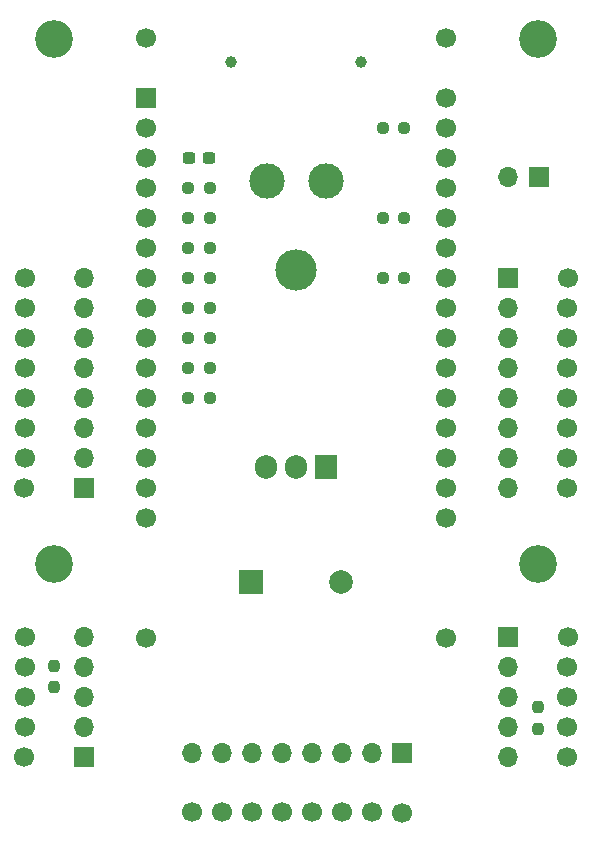
<source format=gbr>
%TF.GenerationSoftware,KiCad,Pcbnew,(6.0.7)*%
%TF.CreationDate,2022-11-12T16:10:30-08:00*%
%TF.ProjectId,Cublic,4375626c-6963-42e6-9b69-6361645f7063,rev?*%
%TF.SameCoordinates,Original*%
%TF.FileFunction,Soldermask,Bot*%
%TF.FilePolarity,Negative*%
%FSLAX46Y46*%
G04 Gerber Fmt 4.6, Leading zero omitted, Abs format (unit mm)*
G04 Created by KiCad (PCBNEW (6.0.7)) date 2022-11-12 16:10:30*
%MOMM*%
%LPD*%
G01*
G04 APERTURE LIST*
G04 Aperture macros list*
%AMRoundRect*
0 Rectangle with rounded corners*
0 $1 Rounding radius*
0 $2 $3 $4 $5 $6 $7 $8 $9 X,Y pos of 4 corners*
0 Add a 4 corners polygon primitive as box body*
4,1,4,$2,$3,$4,$5,$6,$7,$8,$9,$2,$3,0*
0 Add four circle primitives for the rounded corners*
1,1,$1+$1,$2,$3*
1,1,$1+$1,$4,$5*
1,1,$1+$1,$6,$7*
1,1,$1+$1,$8,$9*
0 Add four rect primitives between the rounded corners*
20,1,$1+$1,$2,$3,$4,$5,0*
20,1,$1+$1,$4,$5,$6,$7,0*
20,1,$1+$1,$6,$7,$8,$9,0*
20,1,$1+$1,$8,$9,$2,$3,0*%
G04 Aperture macros list end*
%ADD10R,1.700000X1.700000*%
%ADD11O,1.700000X1.700000*%
%ADD12C,3.200000*%
%ADD13C,1.700000*%
%ADD14RoundRect,0.237500X0.237500X-0.250000X0.237500X0.250000X-0.237500X0.250000X-0.237500X-0.250000X0*%
%ADD15RoundRect,0.237500X-0.237500X0.250000X-0.237500X-0.250000X0.237500X-0.250000X0.237500X0.250000X0*%
%ADD16RoundRect,0.237500X0.250000X0.237500X-0.250000X0.237500X-0.250000X-0.237500X0.250000X-0.237500X0*%
%ADD17RoundRect,0.237500X-0.300000X-0.237500X0.300000X-0.237500X0.300000X0.237500X-0.300000X0.237500X0*%
%ADD18O,3.500000X3.500000*%
%ADD19R,1.905000X2.000000*%
%ADD20O,1.905000X2.000000*%
%ADD21R,2.000000X2.000000*%
%ADD22C,2.000000*%
%ADD23RoundRect,0.237500X-0.250000X-0.237500X0.250000X-0.237500X0.250000X0.237500X-0.250000X0.237500X0*%
%ADD24C,1.000000*%
%ADD25C,3.000000*%
G04 APERTURE END LIST*
D10*
%TO.C,SW1*%
X20575000Y-16200000D03*
D11*
X17960000Y-16200000D03*
%TD*%
D12*
%TO.C,H1*%
X20500000Y-4500000D03*
%TD*%
D13*
%TO.C,U3*%
X22960000Y-34922500D03*
X22960000Y-27302500D03*
X22960000Y-37462500D03*
X22960000Y-40002500D03*
X22960000Y-42542500D03*
X22960000Y-29842500D03*
X23040000Y-24762500D03*
X22960000Y-32382500D03*
D10*
X17960000Y-24762500D03*
D11*
X17960000Y-27302500D03*
X17960000Y-29842500D03*
X17960000Y-32382500D03*
X17960000Y-34922500D03*
X17960000Y-37462500D03*
X17960000Y-40002500D03*
X17960000Y-42542500D03*
%TD*%
D13*
%TO.C,U1*%
X-22960000Y-34886000D03*
X-23040000Y-42506000D03*
X-22960000Y-24726000D03*
X-22960000Y-27266000D03*
X-22960000Y-39966000D03*
X-22960000Y-32346000D03*
X-22960000Y-29806000D03*
X-22960000Y-37426000D03*
D10*
X-17960000Y-42506000D03*
D11*
X-17960000Y-39966000D03*
X-17960000Y-37426000D03*
X-17960000Y-34886000D03*
X-17960000Y-32346000D03*
X-17960000Y-29806000D03*
X-17960000Y-27266000D03*
X-17960000Y-24726000D03*
%TD*%
D14*
%TO.C,R16*%
X-20500000Y-59412500D03*
X-20500000Y-57587500D03*
%TD*%
D13*
%TO.C,U5*%
X-12700000Y-4420000D03*
X12700000Y-55220000D03*
X-12700000Y-55220000D03*
X12700000Y-4420000D03*
D10*
X-12700000Y-9500000D03*
D13*
X-12700000Y-12040000D03*
X-12700000Y-14580000D03*
X-12700000Y-17120000D03*
X-12700000Y-19660000D03*
X-12700000Y-22200000D03*
X-12700000Y-24740000D03*
X-12700000Y-27280000D03*
X-12700000Y-29820000D03*
X-12700000Y-32360000D03*
X-12700000Y-34900000D03*
X-12700000Y-37440000D03*
X-12700000Y-39980000D03*
X-12700000Y-42520000D03*
X-12700000Y-45060000D03*
X12700000Y-9500000D03*
X12700000Y-12040000D03*
X12700000Y-14580000D03*
X12700000Y-17120000D03*
X12700000Y-19660000D03*
X12700000Y-22200000D03*
X12700000Y-24740000D03*
X12700000Y-27280000D03*
X12700000Y-29820000D03*
X12700000Y-32360000D03*
X12700000Y-34900000D03*
X12700000Y-37440000D03*
X12700000Y-39980000D03*
X12700000Y-42520000D03*
X12700000Y-45060000D03*
%TD*%
D11*
%TO.C,U2*%
X-8792500Y-64960000D03*
X-6252500Y-64960000D03*
X-3712500Y-64960000D03*
X-1172500Y-64960000D03*
X1367500Y-64960000D03*
X3907500Y-64960000D03*
X6447500Y-64960000D03*
D10*
X8987500Y-64960000D03*
D13*
X-1172500Y-69960000D03*
X-3712500Y-69960000D03*
X-6252500Y-69960000D03*
X8987500Y-70040000D03*
X3907500Y-69960000D03*
X-8792500Y-69960000D03*
X1367500Y-69960000D03*
X6447500Y-69960000D03*
%TD*%
D15*
%TO.C,R14*%
X20500000Y-62912500D03*
X20500000Y-61087500D03*
%TD*%
D11*
%TO.C,U6*%
X17960000Y-65332500D03*
X17960000Y-62792500D03*
X17960000Y-60252500D03*
X17960000Y-57712500D03*
D10*
X17960000Y-55172500D03*
D13*
X23040000Y-55172500D03*
X22960000Y-60252500D03*
X22960000Y-62792500D03*
X22960000Y-57712500D03*
X22960000Y-65332500D03*
%TD*%
D11*
%TO.C,U7*%
X-17960000Y-55167500D03*
X-17960000Y-57707500D03*
X-17960000Y-60247500D03*
X-17960000Y-62787500D03*
D10*
X-17960000Y-65327500D03*
D13*
X-22960000Y-57707500D03*
X-22960000Y-60247500D03*
X-22960000Y-55167500D03*
X-22960000Y-62787500D03*
X-23040000Y-65327500D03*
%TD*%
D12*
%TO.C,H3*%
X20500000Y-49000000D03*
%TD*%
%TO.C,H2*%
X-20500000Y-4500000D03*
%TD*%
%TO.C,H4*%
X-20500000Y-49000000D03*
%TD*%
D16*
%TO.C,R7*%
X-7337500Y-34900000D03*
X-9162500Y-34900000D03*
%TD*%
%TO.C,R1*%
X-7337500Y-22200000D03*
X-9162500Y-22200000D03*
%TD*%
%TO.C,R5*%
X-7337500Y-24740000D03*
X-9162500Y-24740000D03*
%TD*%
%TO.C,R2*%
X-7337500Y-27280000D03*
X-9162500Y-27280000D03*
%TD*%
D17*
%TO.C,C3*%
X-9112500Y-14580000D03*
X-7387500Y-14580000D03*
%TD*%
D18*
%TO.C,U4*%
X0Y-24070000D03*
D19*
X2540000Y-40730000D03*
D20*
X0Y-40730000D03*
X-2540000Y-40730000D03*
%TD*%
D21*
%TO.C,BZ1*%
X-3800000Y-50500000D03*
D22*
X3800000Y-50500000D03*
%TD*%
D16*
%TO.C,R4*%
X-7337500Y-19660000D03*
X-9162500Y-19660000D03*
%TD*%
D23*
%TO.C,R8*%
X-9162500Y-17120000D03*
X-7337500Y-17120000D03*
%TD*%
D16*
%TO.C,R6*%
X-7337500Y-29820000D03*
X-9162500Y-29820000D03*
%TD*%
D23*
%TO.C,R12*%
X7337500Y-19660000D03*
X9162500Y-19660000D03*
%TD*%
%TO.C,R13*%
X7337500Y-12040000D03*
X9162500Y-12040000D03*
%TD*%
D16*
%TO.C,R15*%
X9162500Y-24740000D03*
X7337500Y-24740000D03*
%TD*%
D24*
%TO.C,J1*%
X5500000Y-6500000D03*
X-5500000Y-6500000D03*
D25*
X2500000Y-16500000D03*
X-2500000Y-16500000D03*
%TD*%
D16*
%TO.C,R3*%
X-7337500Y-32360000D03*
X-9162500Y-32360000D03*
%TD*%
M02*

</source>
